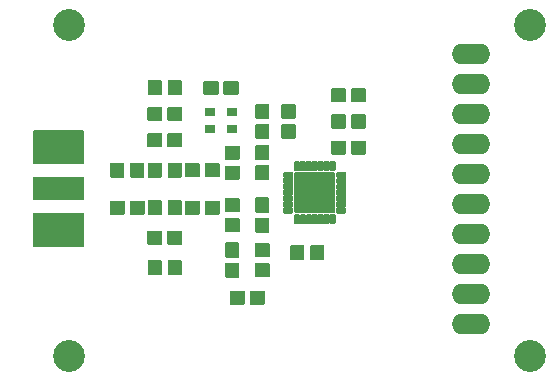
<source format=gts>
G04 #@! TF.GenerationSoftware,KiCad,Pcbnew,5.1.10*
G04 #@! TF.CreationDate,2021-09-13T21:15:03+02:00*
G04 #@! TF.ProjectId,AX5043,41583530-3433-42e6-9b69-6361645f7063,rev?*
G04 #@! TF.SameCoordinates,Original*
G04 #@! TF.FileFunction,Soldermask,Top*
G04 #@! TF.FilePolarity,Negative*
%FSLAX46Y46*%
G04 Gerber Fmt 4.6, Leading zero omitted, Abs format (unit mm)*
G04 Created by KiCad (PCBNEW 5.1.10) date 2021-09-13 21:15:03*
%MOMM*%
%LPD*%
G01*
G04 APERTURE LIST*
%ADD10C,2.700000*%
%ADD11O,3.251200X1.727200*%
%ADD12R,0.900000X0.800000*%
G04 APERTURE END LIST*
D10*
X169000000Y-119000000D03*
X169000000Y-91000000D03*
X130000000Y-119000000D03*
X130000000Y-91000000D03*
G36*
G01*
X145868599Y-99342000D02*
X146868601Y-99342000D01*
G75*
G02*
X146970200Y-99443599I0J-101599D01*
G01*
X146970200Y-100543601D01*
G75*
G02*
X146868601Y-100645200I-101599J0D01*
G01*
X145868599Y-100645200D01*
G75*
G02*
X145767000Y-100543601I0J101599D01*
G01*
X145767000Y-99443599D01*
G75*
G02*
X145868599Y-99342000I101599J0D01*
G01*
G37*
G36*
G01*
X145868599Y-97642000D02*
X146868601Y-97642000D01*
G75*
G02*
X146970200Y-97743599I0J-101599D01*
G01*
X146970200Y-98843601D01*
G75*
G02*
X146868601Y-98945200I-101599J0D01*
G01*
X145868599Y-98945200D01*
G75*
G02*
X145767000Y-98843601I0J101599D01*
G01*
X145767000Y-97743599D01*
G75*
G02*
X145868599Y-97642000I101599J0D01*
G01*
G37*
G36*
G01*
X149091101Y-98945200D02*
X148091099Y-98945200D01*
G75*
G02*
X147989500Y-98843601I0J101599D01*
G01*
X147989500Y-97743599D01*
G75*
G02*
X148091099Y-97642000I101599J0D01*
G01*
X149091101Y-97642000D01*
G75*
G02*
X149192700Y-97743599I0J-101599D01*
G01*
X149192700Y-98843601D01*
G75*
G02*
X149091101Y-98945200I-101599J0D01*
G01*
G37*
G36*
G01*
X149091101Y-100645200D02*
X148091099Y-100645200D01*
G75*
G02*
X147989500Y-100543601I0J101599D01*
G01*
X147989500Y-99443599D01*
G75*
G02*
X148091099Y-99342000I101599J0D01*
G01*
X149091101Y-99342000D01*
G75*
G02*
X149192700Y-99443599I0J-101599D01*
G01*
X149192700Y-100543601D01*
G75*
G02*
X149091101Y-100645200I-101599J0D01*
G01*
G37*
G36*
G01*
X146868601Y-102437700D02*
X145868599Y-102437700D01*
G75*
G02*
X145767000Y-102336101I0J101599D01*
G01*
X145767000Y-101236099D01*
G75*
G02*
X145868599Y-101134500I101599J0D01*
G01*
X146868601Y-101134500D01*
G75*
G02*
X146970200Y-101236099I0J-101599D01*
G01*
X146970200Y-102336101D01*
G75*
G02*
X146868601Y-102437700I-101599J0D01*
G01*
G37*
G36*
G01*
X146868601Y-104137700D02*
X145868599Y-104137700D01*
G75*
G02*
X145767000Y-104036101I0J101599D01*
G01*
X145767000Y-102936099D01*
G75*
G02*
X145868599Y-102834500I101599J0D01*
G01*
X146868601Y-102834500D01*
G75*
G02*
X146970200Y-102936099I0J-101599D01*
G01*
X146970200Y-104036101D01*
G75*
G02*
X146868601Y-104137700I-101599J0D01*
G01*
G37*
G36*
G01*
X145868599Y-107279500D02*
X146868601Y-107279500D01*
G75*
G02*
X146970200Y-107381099I0J-101599D01*
G01*
X146970200Y-108481101D01*
G75*
G02*
X146868601Y-108582700I-101599J0D01*
G01*
X145868599Y-108582700D01*
G75*
G02*
X145767000Y-108481101I0J101599D01*
G01*
X145767000Y-107381099D01*
G75*
G02*
X145868599Y-107279500I101599J0D01*
G01*
G37*
G36*
G01*
X145868599Y-105579500D02*
X146868601Y-105579500D01*
G75*
G02*
X146970200Y-105681099I0J-101599D01*
G01*
X146970200Y-106781101D01*
G75*
G02*
X146868601Y-106882700I-101599J0D01*
G01*
X145868599Y-106882700D01*
G75*
G02*
X145767000Y-106781101I0J101599D01*
G01*
X145767000Y-105681099D01*
G75*
G02*
X145868599Y-105579500I101599J0D01*
G01*
G37*
G36*
G01*
X141090200Y-102771099D02*
X141090200Y-103771101D01*
G75*
G02*
X140988601Y-103872700I-101599J0D01*
G01*
X139888599Y-103872700D01*
G75*
G02*
X139787000Y-103771101I0J101599D01*
G01*
X139787000Y-102771099D01*
G75*
G02*
X139888599Y-102669500I101599J0D01*
G01*
X140988601Y-102669500D01*
G75*
G02*
X141090200Y-102771099I0J-101599D01*
G01*
G37*
G36*
G01*
X142790200Y-102771099D02*
X142790200Y-103771101D01*
G75*
G02*
X142688601Y-103872700I-101599J0D01*
G01*
X141588599Y-103872700D01*
G75*
G02*
X141487000Y-103771101I0J101599D01*
G01*
X141487000Y-102771099D01*
G75*
G02*
X141588599Y-102669500I101599J0D01*
G01*
X142688601Y-102669500D01*
G75*
G02*
X142790200Y-102771099I0J-101599D01*
G01*
G37*
G36*
G01*
X141090200Y-105946099D02*
X141090200Y-106946101D01*
G75*
G02*
X140988601Y-107047700I-101599J0D01*
G01*
X139888599Y-107047700D01*
G75*
G02*
X139787000Y-106946101I0J101599D01*
G01*
X139787000Y-105946099D01*
G75*
G02*
X139888599Y-105844500I101599J0D01*
G01*
X140988601Y-105844500D01*
G75*
G02*
X141090200Y-105946099I0J-101599D01*
G01*
G37*
G36*
G01*
X142790200Y-105946099D02*
X142790200Y-106946101D01*
G75*
G02*
X142688601Y-107047700I-101599J0D01*
G01*
X141588599Y-107047700D01*
G75*
G02*
X141487000Y-106946101I0J101599D01*
G01*
X141487000Y-105946099D01*
G75*
G02*
X141588599Y-105844500I101599J0D01*
G01*
X142688601Y-105844500D01*
G75*
G02*
X142790200Y-105946099I0J-101599D01*
G01*
G37*
G36*
G01*
X137915200Y-100231099D02*
X137915200Y-101231101D01*
G75*
G02*
X137813601Y-101332700I-101599J0D01*
G01*
X136713599Y-101332700D01*
G75*
G02*
X136612000Y-101231101I0J101599D01*
G01*
X136612000Y-100231099D01*
G75*
G02*
X136713599Y-100129500I101599J0D01*
G01*
X137813601Y-100129500D01*
G75*
G02*
X137915200Y-100231099I0J-101599D01*
G01*
G37*
G36*
G01*
X139615200Y-100231099D02*
X139615200Y-101231101D01*
G75*
G02*
X139513601Y-101332700I-101599J0D01*
G01*
X138413599Y-101332700D01*
G75*
G02*
X138312000Y-101231101I0J101599D01*
G01*
X138312000Y-100231099D01*
G75*
G02*
X138413599Y-100129500I101599J0D01*
G01*
X139513601Y-100129500D01*
G75*
G02*
X139615200Y-100231099I0J-101599D01*
G01*
G37*
G36*
G01*
X138312000Y-109486101D02*
X138312000Y-108486099D01*
G75*
G02*
X138413599Y-108384500I101599J0D01*
G01*
X139513601Y-108384500D01*
G75*
G02*
X139615200Y-108486099I0J-101599D01*
G01*
X139615200Y-109486101D01*
G75*
G02*
X139513601Y-109587700I-101599J0D01*
G01*
X138413599Y-109587700D01*
G75*
G02*
X138312000Y-109486101I0J101599D01*
G01*
G37*
G36*
G01*
X136612000Y-109486101D02*
X136612000Y-108486099D01*
G75*
G02*
X136713599Y-108384500I101599J0D01*
G01*
X137813601Y-108384500D01*
G75*
G02*
X137915200Y-108486099I0J-101599D01*
G01*
X137915200Y-109486101D01*
G75*
G02*
X137813601Y-109587700I-101599J0D01*
G01*
X136713599Y-109587700D01*
G75*
G02*
X136612000Y-109486101I0J101599D01*
G01*
G37*
G36*
G01*
X135137000Y-106946101D02*
X135137000Y-105946099D01*
G75*
G02*
X135238599Y-105844500I101599J0D01*
G01*
X136338601Y-105844500D01*
G75*
G02*
X136440200Y-105946099I0J-101599D01*
G01*
X136440200Y-106946101D01*
G75*
G02*
X136338601Y-107047700I-101599J0D01*
G01*
X135238599Y-107047700D01*
G75*
G02*
X135137000Y-106946101I0J101599D01*
G01*
G37*
G36*
G01*
X133437000Y-106946101D02*
X133437000Y-105946099D01*
G75*
G02*
X133538599Y-105844500I101599J0D01*
G01*
X134638601Y-105844500D01*
G75*
G02*
X134740200Y-105946099I0J-101599D01*
G01*
X134740200Y-106946101D01*
G75*
G02*
X134638601Y-107047700I-101599J0D01*
G01*
X133538599Y-107047700D01*
G75*
G02*
X133437000Y-106946101I0J101599D01*
G01*
G37*
G36*
G01*
X138312000Y-99008601D02*
X138312000Y-98008599D01*
G75*
G02*
X138413599Y-97907000I101599J0D01*
G01*
X139513601Y-97907000D01*
G75*
G02*
X139615200Y-98008599I0J-101599D01*
G01*
X139615200Y-99008601D01*
G75*
G02*
X139513601Y-99110200I-101599J0D01*
G01*
X138413599Y-99110200D01*
G75*
G02*
X138312000Y-99008601I0J101599D01*
G01*
G37*
G36*
G01*
X136612000Y-99008601D02*
X136612000Y-98008599D01*
G75*
G02*
X136713599Y-97907000I101599J0D01*
G01*
X137813601Y-97907000D01*
G75*
G02*
X137915200Y-98008599I0J-101599D01*
G01*
X137915200Y-99008601D01*
G75*
G02*
X137813601Y-99110200I-101599J0D01*
G01*
X136713599Y-99110200D01*
G75*
G02*
X136612000Y-99008601I0J101599D01*
G01*
G37*
G36*
G01*
X143074500Y-96786101D02*
X143074500Y-95786099D01*
G75*
G02*
X143176099Y-95684500I101599J0D01*
G01*
X144276101Y-95684500D01*
G75*
G02*
X144377700Y-95786099I0J-101599D01*
G01*
X144377700Y-96786101D01*
G75*
G02*
X144276101Y-96887700I-101599J0D01*
G01*
X143176099Y-96887700D01*
G75*
G02*
X143074500Y-96786101I0J101599D01*
G01*
G37*
G36*
G01*
X141374500Y-96786101D02*
X141374500Y-95786099D01*
G75*
G02*
X141476099Y-95684500I101599J0D01*
G01*
X142576101Y-95684500D01*
G75*
G02*
X142677700Y-95786099I0J-101599D01*
G01*
X142677700Y-96786101D01*
G75*
G02*
X142576101Y-96887700I-101599J0D01*
G01*
X141476099Y-96887700D01*
G75*
G02*
X141374500Y-96786101I0J101599D01*
G01*
G37*
G36*
G01*
X153472700Y-100866099D02*
X153472700Y-101866101D01*
G75*
G02*
X153371101Y-101967700I-101599J0D01*
G01*
X152271099Y-101967700D01*
G75*
G02*
X152169500Y-101866101I0J101599D01*
G01*
X152169500Y-100866099D01*
G75*
G02*
X152271099Y-100764500I101599J0D01*
G01*
X153371101Y-100764500D01*
G75*
G02*
X153472700Y-100866099I0J-101599D01*
G01*
G37*
G36*
G01*
X155172700Y-100866099D02*
X155172700Y-101866101D01*
G75*
G02*
X155071101Y-101967700I-101599J0D01*
G01*
X153971099Y-101967700D01*
G75*
G02*
X153869500Y-101866101I0J101599D01*
G01*
X153869500Y-100866099D01*
G75*
G02*
X153971099Y-100764500I101599J0D01*
G01*
X155071101Y-100764500D01*
G75*
G02*
X155172700Y-100866099I0J-101599D01*
G01*
G37*
G36*
G01*
X153472700Y-96421099D02*
X153472700Y-97421101D01*
G75*
G02*
X153371101Y-97522700I-101599J0D01*
G01*
X152271099Y-97522700D01*
G75*
G02*
X152169500Y-97421101I0J101599D01*
G01*
X152169500Y-96421099D01*
G75*
G02*
X152271099Y-96319500I101599J0D01*
G01*
X153371101Y-96319500D01*
G75*
G02*
X153472700Y-96421099I0J-101599D01*
G01*
G37*
G36*
G01*
X155172700Y-96421099D02*
X155172700Y-97421101D01*
G75*
G02*
X155071101Y-97522700I-101599J0D01*
G01*
X153971099Y-97522700D01*
G75*
G02*
X153869500Y-97421101I0J101599D01*
G01*
X153869500Y-96421099D01*
G75*
G02*
X153971099Y-96319500I101599J0D01*
G01*
X155071101Y-96319500D01*
G75*
G02*
X155172700Y-96421099I0J-101599D01*
G01*
G37*
G36*
G01*
X143328599Y-111089500D02*
X144328601Y-111089500D01*
G75*
G02*
X144430200Y-111191099I0J-101599D01*
G01*
X144430200Y-112291101D01*
G75*
G02*
X144328601Y-112392700I-101599J0D01*
G01*
X143328599Y-112392700D01*
G75*
G02*
X143227000Y-112291101I0J101599D01*
G01*
X143227000Y-111191099D01*
G75*
G02*
X143328599Y-111089500I101599J0D01*
G01*
G37*
G36*
G01*
X143328599Y-109389500D02*
X144328601Y-109389500D01*
G75*
G02*
X144430200Y-109491099I0J-101599D01*
G01*
X144430200Y-110591101D01*
G75*
G02*
X144328601Y-110692700I-101599J0D01*
G01*
X143328599Y-110692700D01*
G75*
G02*
X143227000Y-110591101I0J101599D01*
G01*
X143227000Y-109491099D01*
G75*
G02*
X143328599Y-109389500I101599J0D01*
G01*
G37*
G36*
G01*
X144900200Y-113566099D02*
X144900200Y-114566101D01*
G75*
G02*
X144798601Y-114667700I-101599J0D01*
G01*
X143698599Y-114667700D01*
G75*
G02*
X143597000Y-114566101I0J101599D01*
G01*
X143597000Y-113566099D01*
G75*
G02*
X143698599Y-113464500I101599J0D01*
G01*
X144798601Y-113464500D01*
G75*
G02*
X144900200Y-113566099I0J-101599D01*
G01*
G37*
G36*
G01*
X146600200Y-113566099D02*
X146600200Y-114566101D01*
G75*
G02*
X146498601Y-114667700I-101599J0D01*
G01*
X145398599Y-114667700D01*
G75*
G02*
X145297000Y-114566101I0J101599D01*
G01*
X145297000Y-113566099D01*
G75*
G02*
X145398599Y-113464500I101599J0D01*
G01*
X146498601Y-113464500D01*
G75*
G02*
X146600200Y-113566099I0J-101599D01*
G01*
G37*
D11*
X164084000Y-116268500D03*
X164084000Y-113728500D03*
X164084000Y-111188500D03*
X164084000Y-108648500D03*
X164084000Y-106108500D03*
X164084000Y-103568500D03*
X164084000Y-101028500D03*
X164084000Y-98488500D03*
X164084000Y-95948500D03*
X164084000Y-93408500D03*
G36*
G01*
X144378601Y-106832700D02*
X143278599Y-106832700D01*
G75*
G02*
X143177000Y-106731101I0J101599D01*
G01*
X143177000Y-105731099D01*
G75*
G02*
X143278599Y-105629500I101599J0D01*
G01*
X144378601Y-105629500D01*
G75*
G02*
X144480200Y-105731099I0J-101599D01*
G01*
X144480200Y-106731101D01*
G75*
G02*
X144378601Y-106832700I-101599J0D01*
G01*
G37*
G36*
G01*
X144378601Y-108532700D02*
X143278599Y-108532700D01*
G75*
G02*
X143177000Y-108431101I0J101599D01*
G01*
X143177000Y-107431099D01*
G75*
G02*
X143278599Y-107329500I101599J0D01*
G01*
X144378601Y-107329500D01*
G75*
G02*
X144480200Y-107431099I0J-101599D01*
G01*
X144480200Y-108431101D01*
G75*
G02*
X144378601Y-108532700I-101599J0D01*
G01*
G37*
G36*
G01*
X144378601Y-102387700D02*
X143278599Y-102387700D01*
G75*
G02*
X143177000Y-102286101I0J101599D01*
G01*
X143177000Y-101286099D01*
G75*
G02*
X143278599Y-101184500I101599J0D01*
G01*
X144378601Y-101184500D01*
G75*
G02*
X144480200Y-101286099I0J-101599D01*
G01*
X144480200Y-102286101D01*
G75*
G02*
X144378601Y-102387700I-101599J0D01*
G01*
G37*
G36*
G01*
X144378601Y-104087700D02*
X143278599Y-104087700D01*
G75*
G02*
X143177000Y-103986101I0J101599D01*
G01*
X143177000Y-102986099D01*
G75*
G02*
X143278599Y-102884500I101599J0D01*
G01*
X144378601Y-102884500D01*
G75*
G02*
X144480200Y-102986099I0J-101599D01*
G01*
X144480200Y-103986101D01*
G75*
G02*
X144378601Y-104087700I-101599J0D01*
G01*
G37*
G36*
G01*
X137865200Y-102721099D02*
X137865200Y-103821101D01*
G75*
G02*
X137763601Y-103922700I-101599J0D01*
G01*
X136763599Y-103922700D01*
G75*
G02*
X136662000Y-103821101I0J101599D01*
G01*
X136662000Y-102721099D01*
G75*
G02*
X136763599Y-102619500I101599J0D01*
G01*
X137763601Y-102619500D01*
G75*
G02*
X137865200Y-102721099I0J-101599D01*
G01*
G37*
G36*
G01*
X139565200Y-102721099D02*
X139565200Y-103821101D01*
G75*
G02*
X139463601Y-103922700I-101599J0D01*
G01*
X138463599Y-103922700D01*
G75*
G02*
X138362000Y-103821101I0J101599D01*
G01*
X138362000Y-102721099D01*
G75*
G02*
X138463599Y-102619500I101599J0D01*
G01*
X139463601Y-102619500D01*
G75*
G02*
X139565200Y-102721099I0J-101599D01*
G01*
G37*
G36*
G01*
X137865200Y-105896099D02*
X137865200Y-106996101D01*
G75*
G02*
X137763601Y-107097700I-101599J0D01*
G01*
X136763599Y-107097700D01*
G75*
G02*
X136662000Y-106996101I0J101599D01*
G01*
X136662000Y-105896099D01*
G75*
G02*
X136763599Y-105794500I101599J0D01*
G01*
X137763601Y-105794500D01*
G75*
G02*
X137865200Y-105896099I0J-101599D01*
G01*
G37*
G36*
G01*
X139565200Y-105896099D02*
X139565200Y-106996101D01*
G75*
G02*
X139463601Y-107097700I-101599J0D01*
G01*
X138463599Y-107097700D01*
G75*
G02*
X138362000Y-106996101I0J101599D01*
G01*
X138362000Y-105896099D01*
G75*
G02*
X138463599Y-105794500I101599J0D01*
G01*
X139463601Y-105794500D01*
G75*
G02*
X139565200Y-105896099I0J-101599D01*
G01*
G37*
G36*
G01*
X134690200Y-102721099D02*
X134690200Y-103821101D01*
G75*
G02*
X134588601Y-103922700I-101599J0D01*
G01*
X133588599Y-103922700D01*
G75*
G02*
X133487000Y-103821101I0J101599D01*
G01*
X133487000Y-102721099D01*
G75*
G02*
X133588599Y-102619500I101599J0D01*
G01*
X134588601Y-102619500D01*
G75*
G02*
X134690200Y-102721099I0J-101599D01*
G01*
G37*
G36*
G01*
X136390200Y-102721099D02*
X136390200Y-103821101D01*
G75*
G02*
X136288601Y-103922700I-101599J0D01*
G01*
X135288599Y-103922700D01*
G75*
G02*
X135187000Y-103821101I0J101599D01*
G01*
X135187000Y-102721099D01*
G75*
G02*
X135288599Y-102619500I101599J0D01*
G01*
X136288601Y-102619500D01*
G75*
G02*
X136390200Y-102721099I0J-101599D01*
G01*
G37*
G36*
G01*
X138362000Y-112076101D02*
X138362000Y-110976099D01*
G75*
G02*
X138463599Y-110874500I101599J0D01*
G01*
X139463601Y-110874500D01*
G75*
G02*
X139565200Y-110976099I0J-101599D01*
G01*
X139565200Y-112076101D01*
G75*
G02*
X139463601Y-112177700I-101599J0D01*
G01*
X138463599Y-112177700D01*
G75*
G02*
X138362000Y-112076101I0J101599D01*
G01*
G37*
G36*
G01*
X136662000Y-112076101D02*
X136662000Y-110976099D01*
G75*
G02*
X136763599Y-110874500I101599J0D01*
G01*
X137763601Y-110874500D01*
G75*
G02*
X137865200Y-110976099I0J-101599D01*
G01*
X137865200Y-112076101D01*
G75*
G02*
X137763601Y-112177700I-101599J0D01*
G01*
X136763599Y-112177700D01*
G75*
G02*
X136662000Y-112076101I0J101599D01*
G01*
G37*
G36*
G01*
X138362000Y-96836101D02*
X138362000Y-95736099D01*
G75*
G02*
X138463599Y-95634500I101599J0D01*
G01*
X139463601Y-95634500D01*
G75*
G02*
X139565200Y-95736099I0J-101599D01*
G01*
X139565200Y-96836101D01*
G75*
G02*
X139463601Y-96937700I-101599J0D01*
G01*
X138463599Y-96937700D01*
G75*
G02*
X138362000Y-96836101I0J101599D01*
G01*
G37*
G36*
G01*
X136662000Y-96836101D02*
X136662000Y-95736099D01*
G75*
G02*
X136763599Y-95634500I101599J0D01*
G01*
X137763601Y-95634500D01*
G75*
G02*
X137865200Y-95736099I0J-101599D01*
G01*
X137865200Y-96836101D01*
G75*
G02*
X137763601Y-96937700I-101599J0D01*
G01*
X136763599Y-96937700D01*
G75*
G02*
X136662000Y-96836101I0J101599D01*
G01*
G37*
G36*
G01*
X153919500Y-99693601D02*
X153919500Y-98593599D01*
G75*
G02*
X154021099Y-98492000I101599J0D01*
G01*
X155021101Y-98492000D01*
G75*
G02*
X155122700Y-98593599I0J-101599D01*
G01*
X155122700Y-99693601D01*
G75*
G02*
X155021101Y-99795200I-101599J0D01*
G01*
X154021099Y-99795200D01*
G75*
G02*
X153919500Y-99693601I0J101599D01*
G01*
G37*
G36*
G01*
X152219500Y-99693601D02*
X152219500Y-98593599D01*
G75*
G02*
X152321099Y-98492000I101599J0D01*
G01*
X153321101Y-98492000D01*
G75*
G02*
X153422700Y-98593599I0J-101599D01*
G01*
X153422700Y-99693601D01*
G75*
G02*
X153321101Y-99795200I-101599J0D01*
G01*
X152321099Y-99795200D01*
G75*
G02*
X152219500Y-99693601I0J101599D01*
G01*
G37*
G36*
G01*
X150427000Y-110806101D02*
X150427000Y-109706099D01*
G75*
G02*
X150528599Y-109604500I101599J0D01*
G01*
X151528601Y-109604500D01*
G75*
G02*
X151630200Y-109706099I0J-101599D01*
G01*
X151630200Y-110806101D01*
G75*
G02*
X151528601Y-110907700I-101599J0D01*
G01*
X150528599Y-110907700D01*
G75*
G02*
X150427000Y-110806101I0J101599D01*
G01*
G37*
G36*
G01*
X148727000Y-110806101D02*
X148727000Y-109706099D01*
G75*
G02*
X148828599Y-109604500I101599J0D01*
G01*
X149828601Y-109604500D01*
G75*
G02*
X149930200Y-109706099I0J-101599D01*
G01*
X149930200Y-110806101D01*
G75*
G02*
X149828601Y-110907700I-101599J0D01*
G01*
X148828599Y-110907700D01*
G75*
G02*
X148727000Y-110806101I0J101599D01*
G01*
G37*
G36*
G01*
X145818599Y-111139500D02*
X146918601Y-111139500D01*
G75*
G02*
X147020200Y-111241099I0J-101599D01*
G01*
X147020200Y-112241101D01*
G75*
G02*
X146918601Y-112342700I-101599J0D01*
G01*
X145818599Y-112342700D01*
G75*
G02*
X145717000Y-112241101I0J101599D01*
G01*
X145717000Y-111241099D01*
G75*
G02*
X145818599Y-111139500I101599J0D01*
G01*
G37*
G36*
G01*
X145818599Y-109439500D02*
X146918601Y-109439500D01*
G75*
G02*
X147020200Y-109541099I0J-101599D01*
G01*
X147020200Y-110541101D01*
G75*
G02*
X146918601Y-110642700I-101599J0D01*
G01*
X145818599Y-110642700D01*
G75*
G02*
X145717000Y-110541101I0J101599D01*
G01*
X145717000Y-109541099D01*
G75*
G02*
X145818599Y-109439500I101599J0D01*
G01*
G37*
G36*
G01*
X149590200Y-102601100D02*
X149590200Y-103251100D01*
G75*
G02*
X149488600Y-103352700I-101600J0D01*
G01*
X149138600Y-103352700D01*
G75*
G02*
X149037000Y-103251100I0J101600D01*
G01*
X149037000Y-102601100D01*
G75*
G02*
X149138600Y-102499500I101600J0D01*
G01*
X149488600Y-102499500D01*
G75*
G02*
X149590200Y-102601100I0J-101600D01*
G01*
G37*
G36*
G01*
X150090200Y-102601100D02*
X150090200Y-103251100D01*
G75*
G02*
X149988600Y-103352700I-101600J0D01*
G01*
X149638600Y-103352700D01*
G75*
G02*
X149537000Y-103251100I0J101600D01*
G01*
X149537000Y-102601100D01*
G75*
G02*
X149638600Y-102499500I101600J0D01*
G01*
X149988600Y-102499500D01*
G75*
G02*
X150090200Y-102601100I0J-101600D01*
G01*
G37*
G36*
G01*
X150590200Y-102601100D02*
X150590200Y-103251100D01*
G75*
G02*
X150488600Y-103352700I-101600J0D01*
G01*
X150138600Y-103352700D01*
G75*
G02*
X150037000Y-103251100I0J101600D01*
G01*
X150037000Y-102601100D01*
G75*
G02*
X150138600Y-102499500I101600J0D01*
G01*
X150488600Y-102499500D01*
G75*
G02*
X150590200Y-102601100I0J-101600D01*
G01*
G37*
G36*
G01*
X151090200Y-102601100D02*
X151090200Y-103251100D01*
G75*
G02*
X150988600Y-103352700I-101600J0D01*
G01*
X150638600Y-103352700D01*
G75*
G02*
X150537000Y-103251100I0J101600D01*
G01*
X150537000Y-102601100D01*
G75*
G02*
X150638600Y-102499500I101600J0D01*
G01*
X150988600Y-102499500D01*
G75*
G02*
X151090200Y-102601100I0J-101600D01*
G01*
G37*
G36*
G01*
X151590200Y-102601100D02*
X151590200Y-103251100D01*
G75*
G02*
X151488600Y-103352700I-101600J0D01*
G01*
X151138600Y-103352700D01*
G75*
G02*
X151037000Y-103251100I0J101600D01*
G01*
X151037000Y-102601100D01*
G75*
G02*
X151138600Y-102499500I101600J0D01*
G01*
X151488600Y-102499500D01*
G75*
G02*
X151590200Y-102601100I0J-101600D01*
G01*
G37*
G36*
G01*
X152090200Y-102601100D02*
X152090200Y-103251100D01*
G75*
G02*
X151988600Y-103352700I-101600J0D01*
G01*
X151638600Y-103352700D01*
G75*
G02*
X151537000Y-103251100I0J101600D01*
G01*
X151537000Y-102601100D01*
G75*
G02*
X151638600Y-102499500I101600J0D01*
G01*
X151988600Y-102499500D01*
G75*
G02*
X152090200Y-102601100I0J-101600D01*
G01*
G37*
G36*
G01*
X152590200Y-102601100D02*
X152590200Y-103251100D01*
G75*
G02*
X152488600Y-103352700I-101600J0D01*
G01*
X152138600Y-103352700D01*
G75*
G02*
X152037000Y-103251100I0J101600D01*
G01*
X152037000Y-102601100D01*
G75*
G02*
X152138600Y-102499500I101600J0D01*
G01*
X152488600Y-102499500D01*
G75*
G02*
X152590200Y-102601100I0J-101600D01*
G01*
G37*
G36*
G01*
X152738600Y-103399500D02*
X153388600Y-103399500D01*
G75*
G02*
X153490200Y-103501100I0J-101600D01*
G01*
X153490200Y-103851100D01*
G75*
G02*
X153388600Y-103952700I-101600J0D01*
G01*
X152738600Y-103952700D01*
G75*
G02*
X152637000Y-103851100I0J101600D01*
G01*
X152637000Y-103501100D01*
G75*
G02*
X152738600Y-103399500I101600J0D01*
G01*
G37*
G36*
G01*
X152738600Y-103899500D02*
X153388600Y-103899500D01*
G75*
G02*
X153490200Y-104001100I0J-101600D01*
G01*
X153490200Y-104351100D01*
G75*
G02*
X153388600Y-104452700I-101600J0D01*
G01*
X152738600Y-104452700D01*
G75*
G02*
X152637000Y-104351100I0J101600D01*
G01*
X152637000Y-104001100D01*
G75*
G02*
X152738600Y-103899500I101600J0D01*
G01*
G37*
G36*
G01*
X152738600Y-104399500D02*
X153388600Y-104399500D01*
G75*
G02*
X153490200Y-104501100I0J-101600D01*
G01*
X153490200Y-104851100D01*
G75*
G02*
X153388600Y-104952700I-101600J0D01*
G01*
X152738600Y-104952700D01*
G75*
G02*
X152637000Y-104851100I0J101600D01*
G01*
X152637000Y-104501100D01*
G75*
G02*
X152738600Y-104399500I101600J0D01*
G01*
G37*
G36*
G01*
X152738600Y-104899500D02*
X153388600Y-104899500D01*
G75*
G02*
X153490200Y-105001100I0J-101600D01*
G01*
X153490200Y-105351100D01*
G75*
G02*
X153388600Y-105452700I-101600J0D01*
G01*
X152738600Y-105452700D01*
G75*
G02*
X152637000Y-105351100I0J101600D01*
G01*
X152637000Y-105001100D01*
G75*
G02*
X152738600Y-104899500I101600J0D01*
G01*
G37*
G36*
G01*
X152738600Y-105399500D02*
X153388600Y-105399500D01*
G75*
G02*
X153490200Y-105501100I0J-101600D01*
G01*
X153490200Y-105851100D01*
G75*
G02*
X153388600Y-105952700I-101600J0D01*
G01*
X152738600Y-105952700D01*
G75*
G02*
X152637000Y-105851100I0J101600D01*
G01*
X152637000Y-105501100D01*
G75*
G02*
X152738600Y-105399500I101600J0D01*
G01*
G37*
G36*
G01*
X152738600Y-105899500D02*
X153388600Y-105899500D01*
G75*
G02*
X153490200Y-106001100I0J-101600D01*
G01*
X153490200Y-106351100D01*
G75*
G02*
X153388600Y-106452700I-101600J0D01*
G01*
X152738600Y-106452700D01*
G75*
G02*
X152637000Y-106351100I0J101600D01*
G01*
X152637000Y-106001100D01*
G75*
G02*
X152738600Y-105899500I101600J0D01*
G01*
G37*
G36*
G01*
X152738600Y-106399500D02*
X153388600Y-106399500D01*
G75*
G02*
X153490200Y-106501100I0J-101600D01*
G01*
X153490200Y-106851100D01*
G75*
G02*
X153388600Y-106952700I-101600J0D01*
G01*
X152738600Y-106952700D01*
G75*
G02*
X152637000Y-106851100I0J101600D01*
G01*
X152637000Y-106501100D01*
G75*
G02*
X152738600Y-106399500I101600J0D01*
G01*
G37*
G36*
G01*
X152590200Y-107101100D02*
X152590200Y-107751100D01*
G75*
G02*
X152488600Y-107852700I-101600J0D01*
G01*
X152138600Y-107852700D01*
G75*
G02*
X152037000Y-107751100I0J101600D01*
G01*
X152037000Y-107101100D01*
G75*
G02*
X152138600Y-106999500I101600J0D01*
G01*
X152488600Y-106999500D01*
G75*
G02*
X152590200Y-107101100I0J-101600D01*
G01*
G37*
G36*
G01*
X152090200Y-107101100D02*
X152090200Y-107751100D01*
G75*
G02*
X151988600Y-107852700I-101600J0D01*
G01*
X151638600Y-107852700D01*
G75*
G02*
X151537000Y-107751100I0J101600D01*
G01*
X151537000Y-107101100D01*
G75*
G02*
X151638600Y-106999500I101600J0D01*
G01*
X151988600Y-106999500D01*
G75*
G02*
X152090200Y-107101100I0J-101600D01*
G01*
G37*
G36*
G01*
X151590200Y-107101100D02*
X151590200Y-107751100D01*
G75*
G02*
X151488600Y-107852700I-101600J0D01*
G01*
X151138600Y-107852700D01*
G75*
G02*
X151037000Y-107751100I0J101600D01*
G01*
X151037000Y-107101100D01*
G75*
G02*
X151138600Y-106999500I101600J0D01*
G01*
X151488600Y-106999500D01*
G75*
G02*
X151590200Y-107101100I0J-101600D01*
G01*
G37*
G36*
G01*
X151090200Y-107101100D02*
X151090200Y-107751100D01*
G75*
G02*
X150988600Y-107852700I-101600J0D01*
G01*
X150638600Y-107852700D01*
G75*
G02*
X150537000Y-107751100I0J101600D01*
G01*
X150537000Y-107101100D01*
G75*
G02*
X150638600Y-106999500I101600J0D01*
G01*
X150988600Y-106999500D01*
G75*
G02*
X151090200Y-107101100I0J-101600D01*
G01*
G37*
G36*
G01*
X150590200Y-107101100D02*
X150590200Y-107751100D01*
G75*
G02*
X150488600Y-107852700I-101600J0D01*
G01*
X150138600Y-107852700D01*
G75*
G02*
X150037000Y-107751100I0J101600D01*
G01*
X150037000Y-107101100D01*
G75*
G02*
X150138600Y-106999500I101600J0D01*
G01*
X150488600Y-106999500D01*
G75*
G02*
X150590200Y-107101100I0J-101600D01*
G01*
G37*
G36*
G01*
X150090200Y-107101100D02*
X150090200Y-107751100D01*
G75*
G02*
X149988600Y-107852700I-101600J0D01*
G01*
X149638600Y-107852700D01*
G75*
G02*
X149537000Y-107751100I0J101600D01*
G01*
X149537000Y-107101100D01*
G75*
G02*
X149638600Y-106999500I101600J0D01*
G01*
X149988600Y-106999500D01*
G75*
G02*
X150090200Y-107101100I0J-101600D01*
G01*
G37*
G36*
G01*
X149590200Y-107101100D02*
X149590200Y-107751100D01*
G75*
G02*
X149488600Y-107852700I-101600J0D01*
G01*
X149138600Y-107852700D01*
G75*
G02*
X149037000Y-107751100I0J101600D01*
G01*
X149037000Y-107101100D01*
G75*
G02*
X149138600Y-106999500I101600J0D01*
G01*
X149488600Y-106999500D01*
G75*
G02*
X149590200Y-107101100I0J-101600D01*
G01*
G37*
G36*
G01*
X148888600Y-106952700D02*
X148238600Y-106952700D01*
G75*
G02*
X148137000Y-106851100I0J101600D01*
G01*
X148137000Y-106501100D01*
G75*
G02*
X148238600Y-106399500I101600J0D01*
G01*
X148888600Y-106399500D01*
G75*
G02*
X148990200Y-106501100I0J-101600D01*
G01*
X148990200Y-106851100D01*
G75*
G02*
X148888600Y-106952700I-101600J0D01*
G01*
G37*
G36*
G01*
X148888600Y-106452700D02*
X148238600Y-106452700D01*
G75*
G02*
X148137000Y-106351100I0J101600D01*
G01*
X148137000Y-106001100D01*
G75*
G02*
X148238600Y-105899500I101600J0D01*
G01*
X148888600Y-105899500D01*
G75*
G02*
X148990200Y-106001100I0J-101600D01*
G01*
X148990200Y-106351100D01*
G75*
G02*
X148888600Y-106452700I-101600J0D01*
G01*
G37*
G36*
G01*
X148888600Y-105952700D02*
X148238600Y-105952700D01*
G75*
G02*
X148137000Y-105851100I0J101600D01*
G01*
X148137000Y-105501100D01*
G75*
G02*
X148238600Y-105399500I101600J0D01*
G01*
X148888600Y-105399500D01*
G75*
G02*
X148990200Y-105501100I0J-101600D01*
G01*
X148990200Y-105851100D01*
G75*
G02*
X148888600Y-105952700I-101600J0D01*
G01*
G37*
G36*
G01*
X148888600Y-105452700D02*
X148238600Y-105452700D01*
G75*
G02*
X148137000Y-105351100I0J101600D01*
G01*
X148137000Y-105001100D01*
G75*
G02*
X148238600Y-104899500I101600J0D01*
G01*
X148888600Y-104899500D01*
G75*
G02*
X148990200Y-105001100I0J-101600D01*
G01*
X148990200Y-105351100D01*
G75*
G02*
X148888600Y-105452700I-101600J0D01*
G01*
G37*
G36*
G01*
X148888600Y-104952700D02*
X148238600Y-104952700D01*
G75*
G02*
X148137000Y-104851100I0J101600D01*
G01*
X148137000Y-104501100D01*
G75*
G02*
X148238600Y-104399500I101600J0D01*
G01*
X148888600Y-104399500D01*
G75*
G02*
X148990200Y-104501100I0J-101600D01*
G01*
X148990200Y-104851100D01*
G75*
G02*
X148888600Y-104952700I-101600J0D01*
G01*
G37*
G36*
G01*
X148888600Y-104452700D02*
X148238600Y-104452700D01*
G75*
G02*
X148137000Y-104351100I0J101600D01*
G01*
X148137000Y-104001100D01*
G75*
G02*
X148238600Y-103899500I101600J0D01*
G01*
X148888600Y-103899500D01*
G75*
G02*
X148990200Y-104001100I0J-101600D01*
G01*
X148990200Y-104351100D01*
G75*
G02*
X148888600Y-104452700I-101600J0D01*
G01*
G37*
G36*
G01*
X148888600Y-103952700D02*
X148238600Y-103952700D01*
G75*
G02*
X148137000Y-103851100I0J101600D01*
G01*
X148137000Y-103501100D01*
G75*
G02*
X148238600Y-103399500I101600J0D01*
G01*
X148888600Y-103399500D01*
G75*
G02*
X148990200Y-103501100I0J-101600D01*
G01*
X148990200Y-103851100D01*
G75*
G02*
X148888600Y-103952700I-101600J0D01*
G01*
G37*
G36*
G01*
X149087000Y-106801100D02*
X149087000Y-103551100D01*
G75*
G02*
X149188600Y-103449500I101600J0D01*
G01*
X152438600Y-103449500D01*
G75*
G02*
X152540200Y-103551100I0J-101600D01*
G01*
X152540200Y-106801100D01*
G75*
G02*
X152438600Y-106902700I-101600J0D01*
G01*
X149188600Y-106902700D01*
G75*
G02*
X149087000Y-106801100I0J101600D01*
G01*
G37*
G36*
G01*
X126918300Y-109666600D02*
X126918300Y-106999600D01*
G75*
G02*
X127019900Y-106898000I101600J0D01*
G01*
X131210900Y-106898000D01*
G75*
G02*
X131312500Y-106999600I0J-101600D01*
G01*
X131312500Y-109666600D01*
G75*
G02*
X131210900Y-109768200I-101600J0D01*
G01*
X127019900Y-109768200D01*
G75*
G02*
X126918300Y-109666600I0J101600D01*
G01*
G37*
G36*
G01*
X126918300Y-102677400D02*
X126918300Y-100010400D01*
G75*
G02*
X127019900Y-99908800I101600J0D01*
G01*
X131210900Y-99908800D01*
G75*
G02*
X131312500Y-100010400I0J-101600D01*
G01*
X131312500Y-102677400D01*
G75*
G02*
X131210900Y-102779000I-101600J0D01*
G01*
X127019900Y-102779000D01*
G75*
G02*
X126918300Y-102677400I0J101600D01*
G01*
G37*
G36*
G01*
X126918300Y-105727500D02*
X126918300Y-103949500D01*
G75*
G02*
X127019900Y-103847900I101600J0D01*
G01*
X131210900Y-103847900D01*
G75*
G02*
X131312500Y-103949500I0J-101600D01*
G01*
X131312500Y-105727500D01*
G75*
G02*
X131210900Y-105829100I-101600J0D01*
G01*
X127019900Y-105829100D01*
G75*
G02*
X126918300Y-105727500I0J101600D01*
G01*
G37*
D12*
X141950000Y-99785000D03*
X143800000Y-99785000D03*
X143800000Y-98335000D03*
X141950000Y-98335000D03*
M02*

</source>
